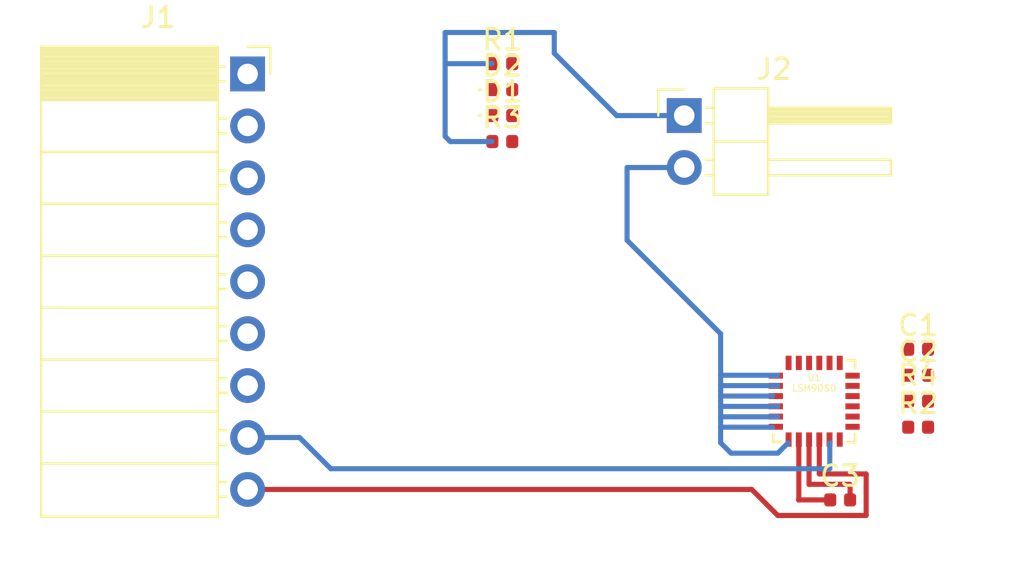
<source format=kicad_pcb>
(kicad_pcb (version 20171130) (host pcbnew "(5.0.0)")

  (general
    (thickness 1.6)
    (drawings 6)
    (tracks 49)
    (zones 0)
    (modules 12)
    (nets 18)
  )

  (page A4)
  (layers
    (0 F.Cu signal)
    (31 B.Cu signal)
    (32 B.Adhes user)
    (33 F.Adhes user)
    (34 B.Paste user)
    (35 F.Paste user)
    (36 B.SilkS user)
    (37 F.SilkS user)
    (38 B.Mask user)
    (39 F.Mask user)
    (40 Dwgs.User user)
    (41 Cmts.User user)
    (42 Eco1.User user)
    (43 Eco2.User user)
    (44 Edge.Cuts user)
    (45 Margin user)
    (46 B.CrtYd user)
    (47 F.CrtYd user)
    (48 B.Fab user)
    (49 F.Fab user)
  )

  (setup
    (last_trace_width 0.25)
    (trace_clearance 0.2)
    (zone_clearance 0.508)
    (zone_45_only no)
    (trace_min 0.2)
    (segment_width 0.2)
    (edge_width 0.15)
    (via_size 0.8)
    (via_drill 0.4)
    (via_min_size 0.4)
    (via_min_drill 0.3)
    (uvia_size 0.3)
    (uvia_drill 0.1)
    (uvias_allowed no)
    (uvia_min_size 0.2)
    (uvia_min_drill 0.1)
    (pcb_text_width 0.3)
    (pcb_text_size 1.5 1.5)
    (mod_edge_width 0.15)
    (mod_text_size 1 1)
    (mod_text_width 0.15)
    (pad_size 1.524 1.524)
    (pad_drill 0.762)
    (pad_to_mask_clearance 0.2)
    (aux_axis_origin 0 0)
    (visible_elements 7FFFFFFF)
    (pcbplotparams
      (layerselection 0x010fc_ffffffff)
      (usegerberextensions false)
      (usegerberattributes false)
      (usegerberadvancedattributes false)
      (creategerberjobfile false)
      (excludeedgelayer true)
      (linewidth 0.100000)
      (plotframeref false)
      (viasonmask false)
      (mode 1)
      (useauxorigin false)
      (hpglpennumber 1)
      (hpglpenspeed 20)
      (hpglpendiameter 15.000000)
      (psnegative false)
      (psa4output false)
      (plotreference true)
      (plotvalue true)
      (plotinvisibletext false)
      (padsonsilk false)
      (subtractmaskfromsilk false)
      (outputformat 1)
      (mirror false)
      (drillshape 1)
      (scaleselection 1)
      (outputdirectory ""))
  )

  (net 0 "")
  (net 1 "Net-(C3-Pad1)")
  (net 2 "Net-(C3-Pad2)")
  (net 3 "Net-(D1-Pad1)")
  (net 4 "Net-(D1-Pad2)")
  (net 5 "Net-(D2-Pad2)")
  (net 6 "Net-(D2-Pad1)")
  (net 7 "Net-(J1-Pad1)")
  (net 8 "Net-(J1-Pad2)")
  (net 9 "Net-(J1-Pad5)")
  (net 10 "Net-(J1-Pad6)")
  (net 11 "Net-(J1-Pad7)")
  (net 12 "Net-(J1-Pad8)")
  (net 13 "Net-(J1-Pad9)")
  (net 14 "Net-(R2-Pad2)")
  (net 15 "Net-(R3-Pad2)")
  (net 16 "Net-(C1-Pad1)")
  (net 17 "Net-(C1-Pad2)")

  (net_class Default "This is the default net class."
    (clearance 0.2)
    (trace_width 0.25)
    (via_dia 0.8)
    (via_drill 0.4)
    (uvia_dia 0.3)
    (uvia_drill 0.1)
    (add_net "Net-(C1-Pad1)")
    (add_net "Net-(C1-Pad2)")
    (add_net "Net-(C3-Pad1)")
    (add_net "Net-(C3-Pad2)")
    (add_net "Net-(D1-Pad1)")
    (add_net "Net-(D1-Pad2)")
    (add_net "Net-(D2-Pad1)")
    (add_net "Net-(D2-Pad2)")
    (add_net "Net-(J1-Pad1)")
    (add_net "Net-(J1-Pad2)")
    (add_net "Net-(J1-Pad5)")
    (add_net "Net-(J1-Pad6)")
    (add_net "Net-(J1-Pad7)")
    (add_net "Net-(J1-Pad8)")
    (add_net "Net-(J1-Pad9)")
    (add_net "Net-(R2-Pad2)")
    (add_net "Net-(R3-Pad2)")
  )

  (module Capacitor_SMD:C_0402_1005Metric (layer F.Cu) (tedit 5B301BBE) (tstamp 5BD34FC5)
    (at 171.45 81.28)
    (descr "Capacitor SMD 0402 (1005 Metric), square (rectangular) end terminal, IPC_7351 nominal, (Body size source: http://www.tortai-tech.com/upload/download/2011102023233369053.pdf), generated with kicad-footprint-generator")
    (tags capacitor)
    (path /5BB5975F)
    (attr smd)
    (fp_text reference C1 (at 0 -1.17) (layer F.SilkS)
      (effects (font (size 1 1) (thickness 0.15)))
    )
    (fp_text value 100nF (at 0 1.17) (layer F.Fab)
      (effects (font (size 1 1) (thickness 0.15)))
    )
    (fp_line (start -0.5 0.25) (end -0.5 -0.25) (layer F.Fab) (width 0.1))
    (fp_line (start -0.5 -0.25) (end 0.5 -0.25) (layer F.Fab) (width 0.1))
    (fp_line (start 0.5 -0.25) (end 0.5 0.25) (layer F.Fab) (width 0.1))
    (fp_line (start 0.5 0.25) (end -0.5 0.25) (layer F.Fab) (width 0.1))
    (fp_line (start -0.93 0.47) (end -0.93 -0.47) (layer F.CrtYd) (width 0.05))
    (fp_line (start -0.93 -0.47) (end 0.93 -0.47) (layer F.CrtYd) (width 0.05))
    (fp_line (start 0.93 -0.47) (end 0.93 0.47) (layer F.CrtYd) (width 0.05))
    (fp_line (start 0.93 0.47) (end -0.93 0.47) (layer F.CrtYd) (width 0.05))
    (fp_text user %R (at 0 0) (layer F.Fab)
      (effects (font (size 0.25 0.25) (thickness 0.04)))
    )
    (pad 1 smd roundrect (at -0.485 0) (size 0.59 0.64) (layers F.Cu F.Paste F.Mask) (roundrect_rratio 0.25)
      (net 16 "Net-(C1-Pad1)"))
    (pad 2 smd roundrect (at 0.485 0) (size 0.59 0.64) (layers F.Cu F.Paste F.Mask) (roundrect_rratio 0.25)
      (net 17 "Net-(C1-Pad2)"))
    (model ${KISYS3DMOD}/Capacitor_SMD.3dshapes/C_0402_1005Metric.wrl
      (at (xyz 0 0 0))
      (scale (xyz 1 1 1))
      (rotate (xyz 0 0 0))
    )
  )

  (module Capacitor_SMD:C_0402_1005Metric (layer F.Cu) (tedit 5B301BBE) (tstamp 5BD34FD4)
    (at 171.45 82.55)
    (descr "Capacitor SMD 0402 (1005 Metric), square (rectangular) end terminal, IPC_7351 nominal, (Body size source: http://www.tortai-tech.com/upload/download/2011102023233369053.pdf), generated with kicad-footprint-generator")
    (tags capacitor)
    (path /5BB59817)
    (attr smd)
    (fp_text reference C2 (at 0 -1.17) (layer F.SilkS)
      (effects (font (size 1 1) (thickness 0.15)))
    )
    (fp_text value 10uF (at 0 1.17) (layer F.Fab)
      (effects (font (size 1 1) (thickness 0.15)))
    )
    (fp_text user %R (at 0 0) (layer F.Fab)
      (effects (font (size 0.25 0.25) (thickness 0.04)))
    )
    (fp_line (start 0.93 0.47) (end -0.93 0.47) (layer F.CrtYd) (width 0.05))
    (fp_line (start 0.93 -0.47) (end 0.93 0.47) (layer F.CrtYd) (width 0.05))
    (fp_line (start -0.93 -0.47) (end 0.93 -0.47) (layer F.CrtYd) (width 0.05))
    (fp_line (start -0.93 0.47) (end -0.93 -0.47) (layer F.CrtYd) (width 0.05))
    (fp_line (start 0.5 0.25) (end -0.5 0.25) (layer F.Fab) (width 0.1))
    (fp_line (start 0.5 -0.25) (end 0.5 0.25) (layer F.Fab) (width 0.1))
    (fp_line (start -0.5 -0.25) (end 0.5 -0.25) (layer F.Fab) (width 0.1))
    (fp_line (start -0.5 0.25) (end -0.5 -0.25) (layer F.Fab) (width 0.1))
    (pad 2 smd roundrect (at 0.485 0) (size 0.59 0.64) (layers F.Cu F.Paste F.Mask) (roundrect_rratio 0.25)
      (net 17 "Net-(C1-Pad2)"))
    (pad 1 smd roundrect (at -0.485 0) (size 0.59 0.64) (layers F.Cu F.Paste F.Mask) (roundrect_rratio 0.25)
      (net 16 "Net-(C1-Pad1)"))
    (model ${KISYS3DMOD}/Capacitor_SMD.3dshapes/C_0402_1005Metric.wrl
      (at (xyz 0 0 0))
      (scale (xyz 1 1 1))
      (rotate (xyz 0 0 0))
    )
  )

  (module Capacitor_SMD:C_0402_1005Metric (layer F.Cu) (tedit 5BBACD71) (tstamp 5BD34FE3)
    (at 167.64 88.646)
    (descr "Capacitor SMD 0402 (1005 Metric), square (rectangular) end terminal, IPC_7351 nominal, (Body size source: http://www.tortai-tech.com/upload/download/2011102023233369053.pdf), generated with kicad-footprint-generator")
    (tags capacitor)
    (path /5BB5B7D7)
    (attr smd)
    (fp_text reference C3 (at 0 -1.17) (layer F.SilkS)
      (effects (font (size 1 1) (thickness 0.15)))
    )
    (fp_text value 0.22uF (at 0 1.17) (layer F.Fab)
      (effects (font (size 1 1) (thickness 0.15)))
    )
    (fp_line (start -0.5 0.25) (end -0.5 -0.25) (layer F.Fab) (width 0.1))
    (fp_line (start -0.5 -0.25) (end 0.5 -0.25) (layer F.Fab) (width 0.1))
    (fp_line (start 0.5 -0.25) (end 0.5 0.25) (layer F.Fab) (width 0.1))
    (fp_line (start 0.5 0.25) (end -0.5 0.25) (layer F.Fab) (width 0.1))
    (fp_line (start -0.93 0.47) (end -0.93 -0.47) (layer F.CrtYd) (width 0.05))
    (fp_line (start -0.93 -0.47) (end 0.93 -0.47) (layer F.CrtYd) (width 0.05))
    (fp_line (start 0.93 -0.47) (end 0.93 0.47) (layer F.CrtYd) (width 0.05))
    (fp_line (start 0.93 0.47) (end -0.93 0.47) (layer F.CrtYd) (width 0.05))
    (fp_text user %R (at 0 0) (layer F.Fab)
      (effects (font (size 0.25 0.25) (thickness 0.04)))
    )
    (pad 1 smd roundrect (at -0.485 0) (size 0.59 0.64) (layers F.Cu F.Paste F.Mask) (roundrect_rratio 0.25)
      (net 1 "Net-(C3-Pad1)"))
    (pad 2 smd roundrect (at 0.485 0) (size 0.59 0.64) (layers F.Cu F.Paste F.Mask) (roundrect_rratio 0.25)
      (net 2 "Net-(C3-Pad2)"))
    (model ${KISYS3DMOD}/Capacitor_SMD.3dshapes/C_0402_1005Metric.wrl
      (at (xyz 0 0 0))
      (scale (xyz 1 1 1))
      (rotate (xyz 0 0 0))
    )
  )

  (module Diode_SMD:D_0402_1005Metric (layer F.Cu) (tedit 5B301BBE) (tstamp 5BD34FF5)
    (at 151.13 69.85)
    (descr "Diode SMD 0402 (1005 Metric), square (rectangular) end terminal, IPC_7351 nominal, (Body size source: http://www.tortai-tech.com/upload/download/2011102023233369053.pdf), generated with kicad-footprint-generator")
    (tags diode)
    (path /5BBA454A)
    (attr smd)
    (fp_text reference D1 (at 0 -1.17) (layer F.SilkS)
      (effects (font (size 1 1) (thickness 0.15)))
    )
    (fp_text value D_Small (at 0 1.17) (layer F.Fab)
      (effects (font (size 1 1) (thickness 0.15)))
    )
    (fp_circle (center -1.09 0) (end -1.04 0) (layer F.SilkS) (width 0.1))
    (fp_line (start -0.5 0.25) (end -0.5 -0.25) (layer F.Fab) (width 0.1))
    (fp_line (start -0.5 -0.25) (end 0.5 -0.25) (layer F.Fab) (width 0.1))
    (fp_line (start 0.5 -0.25) (end 0.5 0.25) (layer F.Fab) (width 0.1))
    (fp_line (start 0.5 0.25) (end -0.5 0.25) (layer F.Fab) (width 0.1))
    (fp_line (start -0.4 0.25) (end -0.4 -0.25) (layer F.Fab) (width 0.1))
    (fp_line (start -0.3 0.25) (end -0.3 -0.25) (layer F.Fab) (width 0.1))
    (fp_line (start -0.93 0.47) (end -0.93 -0.47) (layer F.CrtYd) (width 0.05))
    (fp_line (start -0.93 -0.47) (end 0.93 -0.47) (layer F.CrtYd) (width 0.05))
    (fp_line (start 0.93 -0.47) (end 0.93 0.47) (layer F.CrtYd) (width 0.05))
    (fp_line (start 0.93 0.47) (end -0.93 0.47) (layer F.CrtYd) (width 0.05))
    (fp_text user %R (at 0 0) (layer F.Fab)
      (effects (font (size 0.25 0.25) (thickness 0.04)))
    )
    (pad 1 smd roundrect (at -0.485 0) (size 0.59 0.64) (layers F.Cu F.Paste F.Mask) (roundrect_rratio 0.25)
      (net 3 "Net-(D1-Pad1)"))
    (pad 2 smd roundrect (at 0.485 0) (size 0.59 0.64) (layers F.Cu F.Paste F.Mask) (roundrect_rratio 0.25)
      (net 4 "Net-(D1-Pad2)"))
    (model ${KISYS3DMOD}/Diode_SMD.3dshapes/D_0402_1005Metric.wrl
      (at (xyz 0 0 0))
      (scale (xyz 1 1 1))
      (rotate (xyz 0 0 0))
    )
  )

  (module Diode_SMD:D_0402_1005Metric (layer F.Cu) (tedit 5BBACAFB) (tstamp 5BD35007)
    (at 151.13 68.58)
    (descr "Diode SMD 0402 (1005 Metric), square (rectangular) end terminal, IPC_7351 nominal, (Body size source: http://www.tortai-tech.com/upload/download/2011102023233369053.pdf), generated with kicad-footprint-generator")
    (tags diode)
    (path /5BBAE8B5)
    (attr smd)
    (fp_text reference D2 (at 0 -1.17) (layer F.SilkS)
      (effects (font (size 1 1) (thickness 0.15)))
    )
    (fp_text value D_Small (at 0 1.17) (layer F.Fab)
      (effects (font (size 1 1) (thickness 0.15)))
    )
    (fp_text user %R (at 0 0) (layer F.Fab)
      (effects (font (size 0.25 0.25) (thickness 0.04)))
    )
    (fp_line (start 0.93 0.47) (end -0.93 0.47) (layer F.CrtYd) (width 0.05))
    (fp_line (start 0.93 -0.47) (end 0.93 0.47) (layer F.CrtYd) (width 0.05))
    (fp_line (start -0.93 -0.47) (end 0.93 -0.47) (layer F.CrtYd) (width 0.05))
    (fp_line (start -0.93 0.47) (end -0.93 -0.47) (layer F.CrtYd) (width 0.05))
    (fp_line (start -0.3 0.25) (end -0.3 -0.25) (layer F.Fab) (width 0.1))
    (fp_line (start -0.4 0.25) (end -0.4 -0.25) (layer F.Fab) (width 0.1))
    (fp_line (start 0.5 0.25) (end -0.5 0.25) (layer F.Fab) (width 0.1))
    (fp_line (start 0.5 -0.25) (end 0.5 0.25) (layer F.Fab) (width 0.1))
    (fp_line (start -0.5 -0.25) (end 0.5 -0.25) (layer F.Fab) (width 0.1))
    (fp_line (start -0.5 0.25) (end -0.5 -0.25) (layer F.Fab) (width 0.1))
    (fp_circle (center -1.09 0) (end -1.04 0) (layer F.SilkS) (width 0.1))
    (pad 2 smd roundrect (at 0.485 0) (size 0.59 0.64) (layers F.Cu F.Paste F.Mask) (roundrect_rratio 0.25)
      (net 5 "Net-(D2-Pad2)"))
    (pad 1 smd roundrect (at -0.485 0) (size 0.59 0.64) (layers F.Cu F.Paste F.Mask) (roundrect_rratio 0.25)
      (net 6 "Net-(D2-Pad1)"))
    (model ${KISYS3DMOD}/Diode_SMD.3dshapes/D_0402_1005Metric.wrl
      (at (xyz 0 0 0))
      (scale (xyz 1 1 1))
      (rotate (xyz 0 0 0))
    )
  )

  (module Connector_PinSocket_2.54mm:PinSocket_1x09_P2.54mm_Horizontal (layer F.Cu) (tedit 5A19A434) (tstamp 5BD3506E)
    (at 138.685001 67.815001)
    (descr "Through hole angled socket strip, 1x09, 2.54mm pitch, 8.51mm socket length, single row (from Kicad 4.0.7), script generated")
    (tags "Through hole angled socket strip THT 1x09 2.54mm single row")
    (path /5BBB1E97)
    (fp_text reference J1 (at -4.38 -2.77) (layer F.SilkS)
      (effects (font (size 1 1) (thickness 0.15)))
    )
    (fp_text value Conn_01x09_Female (at -4.38 23.09) (layer F.Fab)
      (effects (font (size 1 1) (thickness 0.15)))
    )
    (fp_line (start -10.03 -1.27) (end -2.49 -1.27) (layer F.Fab) (width 0.1))
    (fp_line (start -2.49 -1.27) (end -1.52 -0.3) (layer F.Fab) (width 0.1))
    (fp_line (start -1.52 -0.3) (end -1.52 21.59) (layer F.Fab) (width 0.1))
    (fp_line (start -1.52 21.59) (end -10.03 21.59) (layer F.Fab) (width 0.1))
    (fp_line (start -10.03 21.59) (end -10.03 -1.27) (layer F.Fab) (width 0.1))
    (fp_line (start 0 -0.3) (end -1.52 -0.3) (layer F.Fab) (width 0.1))
    (fp_line (start -1.52 0.3) (end 0 0.3) (layer F.Fab) (width 0.1))
    (fp_line (start 0 0.3) (end 0 -0.3) (layer F.Fab) (width 0.1))
    (fp_line (start 0 2.24) (end -1.52 2.24) (layer F.Fab) (width 0.1))
    (fp_line (start -1.52 2.84) (end 0 2.84) (layer F.Fab) (width 0.1))
    (fp_line (start 0 2.84) (end 0 2.24) (layer F.Fab) (width 0.1))
    (fp_line (start 0 4.78) (end -1.52 4.78) (layer F.Fab) (width 0.1))
    (fp_line (start -1.52 5.38) (end 0 5.38) (layer F.Fab) (width 0.1))
    (fp_line (start 0 5.38) (end 0 4.78) (layer F.Fab) (width 0.1))
    (fp_line (start 0 7.32) (end -1.52 7.32) (layer F.Fab) (width 0.1))
    (fp_line (start -1.52 7.92) (end 0 7.92) (layer F.Fab) (width 0.1))
    (fp_line (start 0 7.92) (end 0 7.32) (layer F.Fab) (width 0.1))
    (fp_line (start 0 9.86) (end -1.52 9.86) (layer F.Fab) (width 0.1))
    (fp_line (start -1.52 10.46) (end 0 10.46) (layer F.Fab) (width 0.1))
    (fp_line (start 0 10.46) (end 0 9.86) (layer F.Fab) (width 0.1))
    (fp_line (start 0 12.4) (end -1.52 12.4) (layer F.Fab) (width 0.1))
    (fp_line (start -1.52 13) (end 0 13) (layer F.Fab) (width 0.1))
    (fp_line (start 0 13) (end 0 12.4) (layer F.Fab) (width 0.1))
    (fp_line (start 0 14.94) (end -1.52 14.94) (layer F.Fab) (width 0.1))
    (fp_line (start -1.52 15.54) (end 0 15.54) (layer F.Fab) (width 0.1))
    (fp_line (start 0 15.54) (end 0 14.94) (layer F.Fab) (width 0.1))
    (fp_line (start 0 17.48) (end -1.52 17.48) (layer F.Fab) (width 0.1))
    (fp_line (start -1.52 18.08) (end 0 18.08) (layer F.Fab) (width 0.1))
    (fp_line (start 0 18.08) (end 0 17.48) (layer F.Fab) (width 0.1))
    (fp_line (start 0 20.02) (end -1.52 20.02) (layer F.Fab) (width 0.1))
    (fp_line (start -1.52 20.62) (end 0 20.62) (layer F.Fab) (width 0.1))
    (fp_line (start 0 20.62) (end 0 20.02) (layer F.Fab) (width 0.1))
    (fp_line (start -10.09 -1.21) (end -1.46 -1.21) (layer F.SilkS) (width 0.12))
    (fp_line (start -10.09 -1.091905) (end -1.46 -1.091905) (layer F.SilkS) (width 0.12))
    (fp_line (start -10.09 -0.97381) (end -1.46 -0.97381) (layer F.SilkS) (width 0.12))
    (fp_line (start -10.09 -0.855715) (end -1.46 -0.855715) (layer F.SilkS) (width 0.12))
    (fp_line (start -10.09 -0.73762) (end -1.46 -0.73762) (layer F.SilkS) (width 0.12))
    (fp_line (start -10.09 -0.619525) (end -1.46 -0.619525) (layer F.SilkS) (width 0.12))
    (fp_line (start -10.09 -0.50143) (end -1.46 -0.50143) (layer F.SilkS) (width 0.12))
    (fp_line (start -10.09 -0.383335) (end -1.46 -0.383335) (layer F.SilkS) (width 0.12))
    (fp_line (start -10.09 -0.26524) (end -1.46 -0.26524) (layer F.SilkS) (width 0.12))
    (fp_line (start -10.09 -0.147145) (end -1.46 -0.147145) (layer F.SilkS) (width 0.12))
    (fp_line (start -10.09 -0.02905) (end -1.46 -0.02905) (layer F.SilkS) (width 0.12))
    (fp_line (start -10.09 0.089045) (end -1.46 0.089045) (layer F.SilkS) (width 0.12))
    (fp_line (start -10.09 0.20714) (end -1.46 0.20714) (layer F.SilkS) (width 0.12))
    (fp_line (start -10.09 0.325235) (end -1.46 0.325235) (layer F.SilkS) (width 0.12))
    (fp_line (start -10.09 0.44333) (end -1.46 0.44333) (layer F.SilkS) (width 0.12))
    (fp_line (start -10.09 0.561425) (end -1.46 0.561425) (layer F.SilkS) (width 0.12))
    (fp_line (start -10.09 0.67952) (end -1.46 0.67952) (layer F.SilkS) (width 0.12))
    (fp_line (start -10.09 0.797615) (end -1.46 0.797615) (layer F.SilkS) (width 0.12))
    (fp_line (start -10.09 0.91571) (end -1.46 0.91571) (layer F.SilkS) (width 0.12))
    (fp_line (start -10.09 1.033805) (end -1.46 1.033805) (layer F.SilkS) (width 0.12))
    (fp_line (start -10.09 1.1519) (end -1.46 1.1519) (layer F.SilkS) (width 0.12))
    (fp_line (start -1.46 -0.36) (end -1.11 -0.36) (layer F.SilkS) (width 0.12))
    (fp_line (start -1.46 0.36) (end -1.11 0.36) (layer F.SilkS) (width 0.12))
    (fp_line (start -1.46 2.18) (end -1.05 2.18) (layer F.SilkS) (width 0.12))
    (fp_line (start -1.46 2.9) (end -1.05 2.9) (layer F.SilkS) (width 0.12))
    (fp_line (start -1.46 4.72) (end -1.05 4.72) (layer F.SilkS) (width 0.12))
    (fp_line (start -1.46 5.44) (end -1.05 5.44) (layer F.SilkS) (width 0.12))
    (fp_line (start -1.46 7.26) (end -1.05 7.26) (layer F.SilkS) (width 0.12))
    (fp_line (start -1.46 7.98) (end -1.05 7.98) (layer F.SilkS) (width 0.12))
    (fp_line (start -1.46 9.8) (end -1.05 9.8) (layer F.SilkS) (width 0.12))
    (fp_line (start -1.46 10.52) (end -1.05 10.52) (layer F.SilkS) (width 0.12))
    (fp_line (start -1.46 12.34) (end -1.05 12.34) (layer F.SilkS) (width 0.12))
    (fp_line (start -1.46 13.06) (end -1.05 13.06) (layer F.SilkS) (width 0.12))
    (fp_line (start -1.46 14.88) (end -1.05 14.88) (layer F.SilkS) (width 0.12))
    (fp_line (start -1.46 15.6) (end -1.05 15.6) (layer F.SilkS) (width 0.12))
    (fp_line (start -1.46 17.42) (end -1.05 17.42) (layer F.SilkS) (width 0.12))
    (fp_line (start -1.46 18.14) (end -1.05 18.14) (layer F.SilkS) (width 0.12))
    (fp_line (start -1.46 19.96) (end -1.05 19.96) (layer F.SilkS) (width 0.12))
    (fp_line (start -1.46 20.68) (end -1.05 20.68) (layer F.SilkS) (width 0.12))
    (fp_line (start -10.09 1.27) (end -1.46 1.27) (layer F.SilkS) (width 0.12))
    (fp_line (start -10.09 3.81) (end -1.46 3.81) (layer F.SilkS) (width 0.12))
    (fp_line (start -10.09 6.35) (end -1.46 6.35) (layer F.SilkS) (width 0.12))
    (fp_line (start -10.09 8.89) (end -1.46 8.89) (layer F.SilkS) (width 0.12))
    (fp_line (start -10.09 11.43) (end -1.46 11.43) (layer F.SilkS) (width 0.12))
    (fp_line (start -10.09 13.97) (end -1.46 13.97) (layer F.SilkS) (width 0.12))
    (fp_line (start -10.09 16.51) (end -1.46 16.51) (layer F.SilkS) (width 0.12))
    (fp_line (start -10.09 19.05) (end -1.46 19.05) (layer F.SilkS) (width 0.12))
    (fp_line (start -10.09 -1.33) (end -1.46 -1.33) (layer F.SilkS) (width 0.12))
    (fp_line (start -1.46 -1.33) (end -1.46 21.65) (layer F.SilkS) (width 0.12))
    (fp_line (start -10.09 21.65) (end -1.46 21.65) (layer F.SilkS) (width 0.12))
    (fp_line (start -10.09 -1.33) (end -10.09 21.65) (layer F.SilkS) (width 0.12))
    (fp_line (start 1.11 -1.33) (end 1.11 0) (layer F.SilkS) (width 0.12))
    (fp_line (start 0 -1.33) (end 1.11 -1.33) (layer F.SilkS) (width 0.12))
    (fp_line (start 1.75 -1.75) (end -10.55 -1.75) (layer F.CrtYd) (width 0.05))
    (fp_line (start -10.55 -1.75) (end -10.55 22.15) (layer F.CrtYd) (width 0.05))
    (fp_line (start -10.55 22.15) (end 1.75 22.15) (layer F.CrtYd) (width 0.05))
    (fp_line (start 1.75 22.15) (end 1.75 -1.75) (layer F.CrtYd) (width 0.05))
    (fp_text user %R (at -5.775 10.16 90) (layer F.Fab)
      (effects (font (size 1 1) (thickness 0.15)))
    )
    (pad 1 thru_hole rect (at 0 0) (size 1.7 1.7) (drill 1) (layers *.Cu *.Mask)
      (net 7 "Net-(J1-Pad1)"))
    (pad 2 thru_hole oval (at 0 2.54) (size 1.7 1.7) (drill 1) (layers *.Cu *.Mask)
      (net 8 "Net-(J1-Pad2)"))
    (pad 3 thru_hole oval (at 0 5.08) (size 1.7 1.7) (drill 1) (layers *.Cu *.Mask)
      (net 6 "Net-(D2-Pad1)"))
    (pad 4 thru_hole oval (at 0 7.62) (size 1.7 1.7) (drill 1) (layers *.Cu *.Mask)
      (net 3 "Net-(D1-Pad1)"))
    (pad 5 thru_hole oval (at 0 10.16) (size 1.7 1.7) (drill 1) (layers *.Cu *.Mask)
      (net 9 "Net-(J1-Pad5)"))
    (pad 6 thru_hole oval (at 0 12.7) (size 1.7 1.7) (drill 1) (layers *.Cu *.Mask)
      (net 10 "Net-(J1-Pad6)"))
    (pad 7 thru_hole oval (at 0 15.24) (size 1.7 1.7) (drill 1) (layers *.Cu *.Mask)
      (net 11 "Net-(J1-Pad7)"))
    (pad 8 thru_hole oval (at 0 17.78) (size 1.7 1.7) (drill 1) (layers *.Cu *.Mask)
      (net 12 "Net-(J1-Pad8)"))
    (pad 9 thru_hole oval (at 0 20.32) (size 1.7 1.7) (drill 1) (layers *.Cu *.Mask)
      (net 13 "Net-(J1-Pad9)"))
    (model ${KISYS3DMOD}/Connector_PinSocket_2.54mm.3dshapes/PinSocket_1x09_P2.54mm_Horizontal.wrl
      (at (xyz 0 0 0))
      (scale (xyz 1 1 1))
      (rotate (xyz 0 0 0))
    )
  )

  (module Resistor_SMD:R_0402_1005Metric (layer F.Cu) (tedit 5B301BBD) (tstamp 5BD3507D)
    (at 151.13 67.31)
    (descr "Resistor SMD 0402 (1005 Metric), square (rectangular) end terminal, IPC_7351 nominal, (Body size source: http://www.tortai-tech.com/upload/download/2011102023233369053.pdf), generated with kicad-footprint-generator")
    (tags resistor)
    (path /5BB6CD0F)
    (attr smd)
    (fp_text reference R1 (at 0 -1.17) (layer F.SilkS)
      (effects (font (size 1 1) (thickness 0.15)))
    )
    (fp_text value 10k (at 0 1.17) (layer F.Fab)
      (effects (font (size 1 1) (thickness 0.15)))
    )
    (fp_line (start -0.5 0.25) (end -0.5 -0.25) (layer F.Fab) (width 0.1))
    (fp_line (start -0.5 -0.25) (end 0.5 -0.25) (layer F.Fab) (width 0.1))
    (fp_line (start 0.5 -0.25) (end 0.5 0.25) (layer F.Fab) (width 0.1))
    (fp_line (start 0.5 0.25) (end -0.5 0.25) (layer F.Fab) (width 0.1))
    (fp_line (start -0.93 0.47) (end -0.93 -0.47) (layer F.CrtYd) (width 0.05))
    (fp_line (start -0.93 -0.47) (end 0.93 -0.47) (layer F.CrtYd) (width 0.05))
    (fp_line (start 0.93 -0.47) (end 0.93 0.47) (layer F.CrtYd) (width 0.05))
    (fp_line (start 0.93 0.47) (end -0.93 0.47) (layer F.CrtYd) (width 0.05))
    (fp_text user %R (at 0 0) (layer F.Fab)
      (effects (font (size 0.25 0.25) (thickness 0.04)))
    )
    (pad 1 smd roundrect (at -0.485 0) (size 0.59 0.64) (layers F.Cu F.Paste F.Mask) (roundrect_rratio 0.25)
      (net 17 "Net-(C1-Pad2)"))
    (pad 2 smd roundrect (at 0.485 0) (size 0.59 0.64) (layers F.Cu F.Paste F.Mask) (roundrect_rratio 0.25)
      (net 4 "Net-(D1-Pad2)"))
    (model ${KISYS3DMOD}/Resistor_SMD.3dshapes/R_0402_1005Metric.wrl
      (at (xyz 0 0 0))
      (scale (xyz 1 1 1))
      (rotate (xyz 0 0 0))
    )
  )

  (module Resistor_SMD:R_0402_1005Metric (layer F.Cu) (tedit 5BBACBFE) (tstamp 5BD3508C)
    (at 171.45 85.09)
    (descr "Resistor SMD 0402 (1005 Metric), square (rectangular) end terminal, IPC_7351 nominal, (Body size source: http://www.tortai-tech.com/upload/download/2011102023233369053.pdf), generated with kicad-footprint-generator")
    (tags resistor)
    (path /5BB9A51D)
    (attr smd)
    (fp_text reference R2 (at 0 -1.17) (layer F.SilkS)
      (effects (font (size 1 1) (thickness 0.15)))
    )
    (fp_text value 10k (at 0 1.27) (layer F.Fab)
      (effects (font (size 1 1) (thickness 0.15)))
    )
    (fp_line (start -0.5 0.25) (end -0.5 -0.25) (layer F.Fab) (width 0.1))
    (fp_line (start -0.5 -0.25) (end 0.5 -0.25) (layer F.Fab) (width 0.1))
    (fp_line (start 0.5 -0.25) (end 0.5 0.25) (layer F.Fab) (width 0.1))
    (fp_line (start 0.5 0.25) (end -0.5 0.25) (layer F.Fab) (width 0.1))
    (fp_line (start -0.93 0.47) (end -0.93 -0.47) (layer F.CrtYd) (width 0.05))
    (fp_line (start -0.93 -0.47) (end 0.93 -0.47) (layer F.CrtYd) (width 0.05))
    (fp_line (start 0.93 -0.47) (end 0.93 0.47) (layer F.CrtYd) (width 0.05))
    (fp_line (start 0.93 0.47) (end -0.93 0.47) (layer F.CrtYd) (width 0.05))
    (fp_text user %R (at 0 0) (layer F.Fab)
      (effects (font (size 0.25 0.25) (thickness 0.04)))
    )
    (pad 1 smd roundrect (at -0.485 0) (size 0.59 0.64) (layers F.Cu F.Paste F.Mask) (roundrect_rratio 0.25)
      (net 17 "Net-(C1-Pad2)"))
    (pad 2 smd roundrect (at 0.485 0) (size 0.59 0.64) (layers F.Cu F.Paste F.Mask) (roundrect_rratio 0.25)
      (net 14 "Net-(R2-Pad2)"))
    (model ${KISYS3DMOD}/Resistor_SMD.3dshapes/R_0402_1005Metric.wrl
      (at (xyz 0 0 0))
      (scale (xyz 1 1 1))
      (rotate (xyz 0 0 0))
    )
  )

  (module Resistor_SMD:R_0402_1005Metric (layer F.Cu) (tedit 5B301BBD) (tstamp 5BD3509B)
    (at 151.13 71.12)
    (descr "Resistor SMD 0402 (1005 Metric), square (rectangular) end terminal, IPC_7351 nominal, (Body size source: http://www.tortai-tech.com/upload/download/2011102023233369053.pdf), generated with kicad-footprint-generator")
    (tags resistor)
    (path /5BB971C0)
    (attr smd)
    (fp_text reference R3 (at 0 -1.17) (layer F.SilkS)
      (effects (font (size 1 1) (thickness 0.15)))
    )
    (fp_text value 10k (at 0 1.17) (layer F.Fab)
      (effects (font (size 1 1) (thickness 0.15)))
    )
    (fp_text user %R (at 0 0) (layer F.Fab)
      (effects (font (size 0.25 0.25) (thickness 0.04)))
    )
    (fp_line (start 0.93 0.47) (end -0.93 0.47) (layer F.CrtYd) (width 0.05))
    (fp_line (start 0.93 -0.47) (end 0.93 0.47) (layer F.CrtYd) (width 0.05))
    (fp_line (start -0.93 -0.47) (end 0.93 -0.47) (layer F.CrtYd) (width 0.05))
    (fp_line (start -0.93 0.47) (end -0.93 -0.47) (layer F.CrtYd) (width 0.05))
    (fp_line (start 0.5 0.25) (end -0.5 0.25) (layer F.Fab) (width 0.1))
    (fp_line (start 0.5 -0.25) (end 0.5 0.25) (layer F.Fab) (width 0.1))
    (fp_line (start -0.5 -0.25) (end 0.5 -0.25) (layer F.Fab) (width 0.1))
    (fp_line (start -0.5 0.25) (end -0.5 -0.25) (layer F.Fab) (width 0.1))
    (pad 2 smd roundrect (at 0.485 0) (size 0.59 0.64) (layers F.Cu F.Paste F.Mask) (roundrect_rratio 0.25)
      (net 15 "Net-(R3-Pad2)"))
    (pad 1 smd roundrect (at -0.485 0) (size 0.59 0.64) (layers F.Cu F.Paste F.Mask) (roundrect_rratio 0.25)
      (net 17 "Net-(C1-Pad2)"))
    (model ${KISYS3DMOD}/Resistor_SMD.3dshapes/R_0402_1005Metric.wrl
      (at (xyz 0 0 0))
      (scale (xyz 1 1 1))
      (rotate (xyz 0 0 0))
    )
  )

  (module Resistor_SMD:R_0402_1005Metric (layer F.Cu) (tedit 5BBACC3B) (tstamp 5BD350AA)
    (at 171.45 83.82)
    (descr "Resistor SMD 0402 (1005 Metric), square (rectangular) end terminal, IPC_7351 nominal, (Body size source: http://www.tortai-tech.com/upload/download/2011102023233369053.pdf), generated with kicad-footprint-generator")
    (tags resistor)
    (path /5BB9DBC0)
    (attr smd)
    (fp_text reference R4 (at 0 -1.27) (layer F.SilkS)
      (effects (font (size 1 1) (thickness 0.15)))
    )
    (fp_text value 10k (at 0 1.17) (layer F.Fab)
      (effects (font (size 1 1) (thickness 0.15)))
    )
    (fp_text user %R (at 0 0) (layer F.Fab)
      (effects (font (size 0.25 0.25) (thickness 0.04)))
    )
    (fp_line (start 0.93 0.47) (end -0.93 0.47) (layer F.CrtYd) (width 0.05))
    (fp_line (start 0.93 -0.47) (end 0.93 0.47) (layer F.CrtYd) (width 0.05))
    (fp_line (start -0.93 -0.47) (end 0.93 -0.47) (layer F.CrtYd) (width 0.05))
    (fp_line (start -0.93 0.47) (end -0.93 -0.47) (layer F.CrtYd) (width 0.05))
    (fp_line (start 0.5 0.25) (end -0.5 0.25) (layer F.Fab) (width 0.1))
    (fp_line (start 0.5 -0.25) (end 0.5 0.25) (layer F.Fab) (width 0.1))
    (fp_line (start -0.5 -0.25) (end 0.5 -0.25) (layer F.Fab) (width 0.1))
    (fp_line (start -0.5 0.25) (end -0.5 -0.25) (layer F.Fab) (width 0.1))
    (pad 2 smd roundrect (at 0.485 0) (size 0.59 0.64) (layers F.Cu F.Paste F.Mask) (roundrect_rratio 0.25)
      (net 17 "Net-(C1-Pad2)"))
    (pad 1 smd roundrect (at -0.485 0) (size 0.59 0.64) (layers F.Cu F.Paste F.Mask) (roundrect_rratio 0.25)
      (net 5 "Net-(D2-Pad2)"))
    (model ${KISYS3DMOD}/Resistor_SMD.3dshapes/R_0402_1005Metric.wrl
      (at (xyz 0 0 0))
      (scale (xyz 1 1 1))
      (rotate (xyz 0 0 0))
    )
  )

  (module LSM9DS04:LGA-24LSM (layer F.Cu) (tedit 0) (tstamp 5BD350FC)
    (at 166.37 83.82)
    (descr "<h3>LGA 4x4x1 mm 24-lead</h3><ul><li>0.5mm pitch</li><li>Pads are 0.35x0.2 mm square</li></ul><p>This package is used for:<p><ul><li>ST Micro LSM9DS0 3D accel/gyro/mag</li></ul>")
    (path /5BB59372)
    (attr smd)
    (fp_text reference U1 (at 0 -1.14525) (layer F.SilkS)
      (effects (font (size 0.32063 0.32063) (thickness 0.05)))
    )
    (fp_text value LSM9DS0 (at 0 -0.636416) (layer F.SilkS)
      (effects (font (size 0.320714 0.320714) (thickness 0.05)))
    )
    (fp_line (start -2 2) (end -2 -2) (layer Dwgs.User) (width 0.127))
    (fp_line (start -2 -2) (end 2 -2) (layer Dwgs.User) (width 0.127))
    (fp_line (start 2 -2) (end 2 2) (layer Dwgs.User) (width 0.127))
    (fp_line (start 2 2) (end -2 2) (layer Dwgs.User) (width 0.127))
    (fp_circle (center -1.75 -1.75) (end -1.7 -1.75) (layer Dwgs.User) (width 0.127))
    (fp_poly (pts (xy -0.350856 1.55) (xy -0.15 1.55) (xy -0.15 1.90465) (xy -0.350856 1.90465)) (layer Dwgs.User) (width 0))
    (fp_poly (pts (xy 0.150283 1.55) (xy 0.35 1.55) (xy 0.35 1.90359) (xy 0.150283 1.90359)) (layer Dwgs.User) (width 0))
    (fp_poly (pts (xy 0.651147 1.55) (xy 0.85 1.55) (xy 0.85 1.90335) (xy 0.651147 1.90335)) (layer Dwgs.User) (width 0))
    (fp_poly (pts (xy 1.15272 1.55) (xy 1.35 1.55) (xy 1.35 1.9045) (xy 1.15272 1.9045)) (layer Dwgs.User) (width 0))
    (fp_poly (pts (xy -0.851314 1.55) (xy -0.65 1.55) (xy -0.65 1.90294) (xy -0.851314 1.90294)) (layer Dwgs.User) (width 0))
    (fp_poly (pts (xy -1.35248 1.55) (xy -1.15 1.55) (xy -1.15 1.90349) (xy -1.35248 1.90349)) (layer Dwgs.User) (width 0))
    (fp_poly (pts (xy 0.35 -1.55296) (xy 0.150287 -1.55296) (xy 0.150287 -1.9) (xy 0.35 -1.9)) (layer Dwgs.User) (width 0))
    (fp_poly (pts (xy -0.15 -1.55491) (xy -0.351109 -1.55491) (xy -0.351109 -1.9) (xy -0.15 -1.9)) (layer Dwgs.User) (width 0))
    (fp_poly (pts (xy -0.65 -1.55366) (xy -0.852004 -1.55366) (xy -0.852004 -1.9) (xy -0.65 -1.9)) (layer Dwgs.User) (width 0))
    (fp_poly (pts (xy -1.15 -1.553) (xy -1.35261 -1.553) (xy -1.35261 -1.9) (xy -1.15 -1.9)) (layer Dwgs.User) (width 0))
    (fp_poly (pts (xy 0.85 -1.55309) (xy 0.651294 -1.55309) (xy 0.651294 -1.9) (xy 0.85 -1.9)) (layer Dwgs.User) (width 0))
    (fp_poly (pts (xy 1.35 -1.55319) (xy 1.15236 -1.55319) (xy 1.15236 -1.9) (xy 1.35 -1.9)) (layer Dwgs.User) (width 0))
    (fp_poly (pts (xy -1.90278 -0.35) (xy -1.55 -0.35) (xy -1.55 -0.150219) (xy -1.90278 -0.150219)) (layer Dwgs.User) (width 0))
    (fp_poly (pts (xy -1.90371 0.15) (xy -1.55 0.15) (xy -1.55 0.350682) (xy -1.90371 0.350682)) (layer Dwgs.User) (width 0))
    (fp_poly (pts (xy -1.90525 -0.85) (xy -1.55 -0.85) (xy -1.55 -0.651794) (xy -1.90525 -0.651794)) (layer Dwgs.User) (width 0))
    (fp_poly (pts (xy -1.90259 -1.35) (xy -1.55 -1.35) (xy -1.55 -1.15157) (xy -1.90259 -1.15157)) (layer Dwgs.User) (width 0))
    (fp_poly (pts (xy -1.90478 0.65) (xy -1.55 0.65) (xy -1.55 0.852139) (xy -1.90478 0.852139)) (layer Dwgs.User) (width 0))
    (fp_poly (pts (xy -1.90464 1.15) (xy -1.55 1.15) (xy -1.55 1.3533) (xy -1.90464 1.3533)) (layer Dwgs.User) (width 0))
    (fp_poly (pts (xy 1.9 0.35122) (xy 1.5554 0.35122) (xy 1.5554 0.15) (xy 1.9 0.15)) (layer Dwgs.User) (width 0))
    (fp_poly (pts (xy 1.9 -0.150319) (xy 1.5533 -0.150319) (xy 1.5533 -0.35) (xy 1.9 -0.35)) (layer Dwgs.User) (width 0))
    (fp_poly (pts (xy 1.9 0.852835) (xy 1.55517 0.852835) (xy 1.55517 0.65) (xy 1.9 0.65)) (layer Dwgs.User) (width 0))
    (fp_poly (pts (xy 1.9 1.35185) (xy 1.55211 1.35185) (xy 1.55211 1.15) (xy 1.9 1.15)) (layer Dwgs.User) (width 0))
    (fp_poly (pts (xy 1.9 -0.651956) (xy 1.55467 -0.651956) (xy 1.55467 -0.85) (xy 1.9 -0.85)) (layer Dwgs.User) (width 0))
    (fp_poly (pts (xy 1.9 -1.15188) (xy 1.55254 -1.15188) (xy 1.55254 -1.35) (xy 1.9 -1.35)) (layer Dwgs.User) (width 0))
    (fp_line (start 2 -2) (end 1.6 -2) (layer F.SilkS) (width 0.127))
    (fp_line (start 2 -2) (end 2 -1.6) (layer F.SilkS) (width 0.127))
    (fp_line (start 2 2) (end 1.6 2) (layer F.SilkS) (width 0.127))
    (fp_line (start 2 2) (end 2 1.6) (layer F.SilkS) (width 0.127))
    (fp_line (start -2 2) (end -1.6 2) (layer F.SilkS) (width 0.127))
    (fp_line (start -2 2) (end -2 1.6) (layer F.SilkS) (width 0.127))
    (fp_line (start 0.115 1.004) (end 0.996 1.004) (layer Dwgs.User) (width 0.0762))
    (fp_line (start 0.996 0.012) (end 0.996 1.004) (layer Dwgs.User) (width 0.0762))
    (fp_line (start 0.996 0.012) (end 0.846 0.162) (layer Dwgs.User) (width 0.0762))
    (fp_line (start 0.996 0.012) (end 1.146 0.162) (layer Dwgs.User) (width 0.0762))
    (fp_text user X (at 0.995682 -0.166114) (layer Edge.Cuts)
      (effects (font (size 1 1) (thickness 0.05)))
    )
    (fp_text user Y (at -0.050032 1.000633) (layer Edge.Cuts)
      (effects (font (size 1 1) (thickness 0.05)))
    )
    (fp_text user Z (at -0.22226 0.149174) (layer Edge.Cuts)
      (effects (font (size 1 1) (thickness 0.05)))
    )
    (fp_circle (center 0.238 0.389) (end 0.266281 0.389) (layer Dwgs.User) (width 0.0762))
    (fp_arc (start 0.21465 0.392442) (end 0.074 0.562) (angle 225) (layer Dwgs.User) (width 0.0762))
    (fp_line (start 0.074 0.562) (end -0.066 0.522) (layer Dwgs.User) (width 0.0762))
    (fp_line (start 0.074 0.562) (end 0.104 0.442) (layer Dwgs.User) (width 0.0762))
    (fp_line (start 0.112 1.004) (end 0.262 1.154) (layer Dwgs.User) (width 0.0762))
    (fp_line (start 0.112 1.004) (end 0.262 0.854) (layer Dwgs.User) (width 0.0762))
    (fp_arc (start 0.642442 1.01465) (end 0.812 0.874) (angle -225) (layer Dwgs.User) (width 0.0762))
    (fp_line (start 0.812 0.874) (end 0.772 0.734) (layer Dwgs.User) (width 0.0762))
    (fp_line (start 0.812 0.874) (end 0.692 0.904) (layer Dwgs.User) (width 0.0762))
    (fp_arc (start 0.99195 0.475158) (end 1.1326 0.3056) (angle 225) (layer Dwgs.User) (width 0.0762))
    (fp_line (start 1.1326 0.3056) (end 1.2726 0.3456) (layer Dwgs.User) (width 0.0762))
    (fp_line (start 1.1326 0.3056) (end 1.1026 0.4256) (layer Dwgs.User) (width 0.0762))
    (pad 24 smd rect (at -1.25 -1.875) (size 0.29 0.7) (layers F.Cu F.Paste F.Mask)
      (net 7 "Net-(J1-Pad1)"))
    (pad 23 smd rect (at -0.75 -1.875) (size 0.29 0.7) (layers F.Cu F.Paste F.Mask)
      (net 15 "Net-(R3-Pad2)"))
    (pad 22 smd rect (at -0.25 -1.875) (size 0.29 0.7) (layers F.Cu F.Paste F.Mask)
      (net 14 "Net-(R2-Pad2)"))
    (pad 21 smd rect (at 0.25 -1.875) (size 0.29 0.7) (layers F.Cu F.Paste F.Mask)
      (net 8 "Net-(J1-Pad2)"))
    (pad 20 smd rect (at 0.75 -1.875) (size 0.29 0.7) (layers F.Cu F.Paste F.Mask)
      (net 5 "Net-(D2-Pad2)"))
    (pad 19 smd rect (at 1.25 -1.875) (size 0.29 0.7) (layers F.Cu F.Paste F.Mask)
      (net 4 "Net-(D1-Pad2)"))
    (pad 18 smd rect (at 1.875 -1.25 270) (size 0.29 0.7) (layers F.Cu F.Paste F.Mask)
      (net 17 "Net-(C1-Pad2)"))
    (pad 17 smd rect (at 1.875 -0.75 270) (size 0.29 0.7) (layers F.Cu F.Paste F.Mask)
      (net 17 "Net-(C1-Pad2)"))
    (pad 16 smd rect (at 1.875 -0.25 270) (size 0.29 0.7) (layers F.Cu F.Paste F.Mask)
      (net 17 "Net-(C1-Pad2)"))
    (pad 15 smd rect (at 1.875 0.25 270) (size 0.29 0.7) (layers F.Cu F.Paste F.Mask)
      (net 17 "Net-(C1-Pad2)"))
    (pad 14 smd rect (at 1.875 0.75 270) (size 0.29 0.7) (layers F.Cu F.Paste F.Mask)
      (net 9 "Net-(J1-Pad5)"))
    (pad 13 smd rect (at 1.875 1.25 270) (size 0.29 0.7) (layers F.Cu F.Paste F.Mask)
      (net 10 "Net-(J1-Pad6)"))
    (pad 12 smd rect (at 1.25 1.875 180) (size 0.29 0.7) (layers F.Cu F.Paste F.Mask)
      (net 11 "Net-(J1-Pad7)"))
    (pad 11 smd rect (at 0.75 1.875 180) (size 0.29 0.7) (layers F.Cu F.Paste F.Mask)
      (net 12 "Net-(J1-Pad8)"))
    (pad 10 smd rect (at 0.25 1.875 180) (size 0.29 0.7) (layers F.Cu F.Paste F.Mask)
      (net 13 "Net-(J1-Pad9)"))
    (pad 9 smd rect (at -0.25 1.875 180) (size 0.29 0.7) (layers F.Cu F.Paste F.Mask)
      (net 2 "Net-(C3-Pad2)"))
    (pad 8 smd rect (at -0.75 1.875 180) (size 0.29 0.7) (layers F.Cu F.Paste F.Mask)
      (net 1 "Net-(C3-Pad1)"))
    (pad 7 smd rect (at -1.25 1.875 180) (size 0.29 0.7) (layers F.Cu F.Paste F.Mask)
      (net 16 "Net-(C1-Pad1)"))
    (pad 6 smd rect (at -1.875 1.25 90) (size 0.29 0.7) (layers F.Cu F.Paste F.Mask)
      (net 16 "Net-(C1-Pad1)"))
    (pad 5 smd rect (at -1.875 0.75 90) (size 0.29 0.7) (layers F.Cu F.Paste F.Mask)
      (net 16 "Net-(C1-Pad1)"))
    (pad 4 smd rect (at -1.875 0.25 90) (size 0.29 0.7) (layers F.Cu F.Paste F.Mask)
      (net 16 "Net-(C1-Pad1)"))
    (pad 3 smd rect (at -1.875 -0.25 90) (size 0.29 0.7) (layers F.Cu F.Paste F.Mask)
      (net 16 "Net-(C1-Pad1)"))
    (pad 2 smd rect (at -1.875 -0.75 90) (size 0.29 0.7) (layers F.Cu F.Paste F.Mask)
      (net 16 "Net-(C1-Pad1)"))
    (pad 1 smd rect (at -1.875 -1.25 90) (size 0.29 0.7) (layers F.Cu F.Paste F.Mask))
  )

  (module Connector_PinHeader_2.54mm:PinHeader_1x02_P2.54mm_Horizontal (layer F.Cu) (tedit 5BBED6F9) (tstamp 5BD43528)
    (at 160.02 69.85)
    (descr "Through hole angled pin header, 1x02, 2.54mm pitch, 6mm pin length, single row")
    (tags "Through hole angled pin header THT 1x02 2.54mm single row")
    (path /5BBB0B63)
    (fp_text reference J2 (at 4.385 -2.27) (layer F.SilkS)
      (effects (font (size 1 1) (thickness 0.15)))
    )
    (fp_text value Conn_01x02_Female (at 4.385 4.81) (layer F.Fab)
      (effects (font (size 1 1) (thickness 0.15)))
    )
    (fp_line (start 2.135 -1.27) (end 4.04 -1.27) (layer F.Fab) (width 0.1))
    (fp_line (start 4.04 -1.27) (end 4.04 3.81) (layer F.Fab) (width 0.1))
    (fp_line (start 4.04 3.81) (end 1.5 3.81) (layer F.Fab) (width 0.1))
    (fp_line (start 1.5 3.81) (end 1.5 -0.635) (layer F.Fab) (width 0.1))
    (fp_line (start 1.5 -0.635) (end 2.135 -1.27) (layer F.Fab) (width 0.1))
    (fp_line (start -0.32 -0.32) (end 1.5 -0.32) (layer F.Fab) (width 0.1))
    (fp_line (start -0.32 -0.32) (end -0.32 0.32) (layer F.Fab) (width 0.1))
    (fp_line (start -0.32 0.32) (end 1.5 0.32) (layer F.Fab) (width 0.1))
    (fp_line (start 4.04 -0.32) (end 10.04 -0.32) (layer F.Fab) (width 0.1))
    (fp_line (start 10.04 -0.32) (end 10.04 0.32) (layer F.Fab) (width 0.1))
    (fp_line (start 4.04 0.32) (end 10.04 0.32) (layer F.Fab) (width 0.1))
    (fp_line (start -0.32 2.22) (end 1.5 2.22) (layer F.Fab) (width 0.1))
    (fp_line (start -0.32 2.22) (end -0.32 2.86) (layer F.Fab) (width 0.1))
    (fp_line (start -0.32 2.86) (end 1.5 2.86) (layer F.Fab) (width 0.1))
    (fp_line (start 4.04 2.22) (end 10.04 2.22) (layer F.Fab) (width 0.1))
    (fp_line (start 10.04 2.22) (end 10.04 2.86) (layer F.Fab) (width 0.1))
    (fp_line (start 4.04 2.86) (end 10.04 2.86) (layer F.Fab) (width 0.1))
    (fp_line (start 1.44 -1.33) (end 1.44 3.87) (layer F.SilkS) (width 0.12))
    (fp_line (start 1.44 3.87) (end 4.1 3.87) (layer F.SilkS) (width 0.12))
    (fp_line (start 4.1 3.87) (end 4.1 -1.33) (layer F.SilkS) (width 0.12))
    (fp_line (start 4.1 -1.33) (end 1.44 -1.33) (layer F.SilkS) (width 0.12))
    (fp_line (start 4.1 -0.38) (end 10.1 -0.38) (layer F.SilkS) (width 0.12))
    (fp_line (start 10.1 -0.38) (end 10.1 0.38) (layer F.SilkS) (width 0.12))
    (fp_line (start 10.1 0.38) (end 4.1 0.38) (layer F.SilkS) (width 0.12))
    (fp_line (start 4.1 -0.32) (end 10.1 -0.32) (layer F.SilkS) (width 0.12))
    (fp_line (start 4.1 -0.2) (end 10.1 -0.2) (layer F.SilkS) (width 0.12))
    (fp_line (start 4.1 -0.08) (end 10.1 -0.08) (layer F.SilkS) (width 0.12))
    (fp_line (start 4.1 0.04) (end 10.1 0.04) (layer F.SilkS) (width 0.12))
    (fp_line (start 4.1 0.16) (end 10.1 0.16) (layer F.SilkS) (width 0.12))
    (fp_line (start 4.1 0.28) (end 10.1 0.28) (layer F.SilkS) (width 0.12))
    (fp_line (start 1.11 -0.38) (end 1.44 -0.38) (layer F.SilkS) (width 0.12))
    (fp_line (start 1.11 0.38) (end 1.44 0.38) (layer F.SilkS) (width 0.12))
    (fp_line (start 1.44 1.27) (end 4.1 1.27) (layer F.SilkS) (width 0.12))
    (fp_line (start 4.1 2.16) (end 10.1 2.16) (layer F.SilkS) (width 0.12))
    (fp_line (start 10.1 2.16) (end 10.1 2.92) (layer F.SilkS) (width 0.12))
    (fp_line (start 10.1 2.92) (end 4.1 2.92) (layer F.SilkS) (width 0.12))
    (fp_line (start 1.042929 2.16) (end 1.44 2.16) (layer F.SilkS) (width 0.12))
    (fp_line (start 1.042929 2.92) (end 1.44 2.92) (layer F.SilkS) (width 0.12))
    (fp_line (start -1.27 0) (end -1.27 -1.27) (layer F.SilkS) (width 0.12))
    (fp_line (start -1.27 -1.27) (end 0 -1.27) (layer F.SilkS) (width 0.12))
    (fp_line (start -1.8 -1.8) (end -1.8 4.35) (layer F.CrtYd) (width 0.05))
    (fp_line (start -1.8 4.35) (end 10.55 4.35) (layer F.CrtYd) (width 0.05))
    (fp_line (start 10.55 4.35) (end 10.55 -1.8) (layer F.CrtYd) (width 0.05))
    (fp_line (start 10.55 -1.8) (end -1.8 -1.8) (layer F.CrtYd) (width 0.05))
    (fp_text user %R (at 2.54 1.27 90) (layer F.Fab)
      (effects (font (size 1 1) (thickness 0.15)))
    )
    (pad 1 thru_hole rect (at 0 0) (size 1.7 1.7) (drill 1) (layers *.Cu *.Mask)
      (net 17 "Net-(C1-Pad2)"))
    (pad 2 thru_hole oval (at 0 2.54) (size 1.7 1.7) (drill 1) (layers *.Cu *.Mask)
      (net 16 "Net-(C1-Pad1)"))
    (model ${KISYS3DMOD}/Connector_PinHeader_2.54mm.3dshapes/PinHeader_1x02_P2.54mm_Horizontal.wrl
      (at (xyz 0 0 0))
      (scale (xyz 1 1 1))
      (rotate (xyz 0 0 0))
    )
  )

  (gr_line (start 176.53 64.77) (end 154.94 64.77) (angle 90) (layer F.Adhes) (width 0.2))
  (gr_line (start 176.53 91.44) (end 176.53 64.77) (angle 90) (layer F.Adhes) (width 0.2))
  (gr_line (start 154.94 91.44) (end 176.53 91.44) (angle 90) (layer F.Adhes) (width 0.2))
  (gr_line (start 154.94 64.77) (end 127 64.77) (angle 90) (layer F.Adhes) (width 0.2))
  (gr_line (start 127 91.44) (end 154.94 91.44) (angle 90) (layer F.Adhes) (width 0.2))
  (gr_line (start 127 64.77) (end 127 91.44) (angle 90) (layer F.Adhes) (width 0.2))

  (segment (start 167.155 88.646) (end 165.608 88.646) (width 0.25) (layer F.Cu) (net 1) (status 400000))
  (segment (start 165.62 88.634) (end 165.62 85.695) (width 0.25) (layer F.Cu) (net 1) (tstamp 5BBEE0F8) (status 800000))
  (segment (start 165.608 88.646) (end 165.62 88.634) (width 0.25) (layer F.Cu) (net 1) (tstamp 5BBEE0F7))
  (segment (start 168.125 88.646) (end 168.125 87.907) (width 0.25) (layer F.Cu) (net 2) (status 400000))
  (segment (start 166.12 87.88) (end 166.12 85.695) (width 0.25) (layer F.Cu) (net 2) (tstamp 5BBEE106) (status 800000))
  (segment (start 166.116 87.884) (end 166.12 87.88) (width 0.25) (layer F.Cu) (net 2) (tstamp 5BBEE105))
  (segment (start 168.102 87.884) (end 166.116 87.884) (width 0.25) (layer F.Cu) (net 2) (tstamp 5BBEE104))
  (segment (start 168.125 87.907) (end 168.102 87.884) (width 0.25) (layer F.Cu) (net 2) (tstamp 5BBEE103))
  (segment (start 138.685001 85.595001) (end 141.221001 85.595001) (width 0.25) (layer B.Cu) (net 12) (status 400000))
  (segment (start 167.132 87.122) (end 167.132 85.852) (width 0.25) (layer B.Cu) (net 12) (tstamp 5BBEE29B))
  (segment (start 142.748 87.122) (end 167.132 87.122) (width 0.25) (layer B.Cu) (net 12) (tstamp 5BBEE293))
  (segment (start 141.221001 85.595001) (end 142.748 87.122) (width 0.25) (layer B.Cu) (net 12) (tstamp 5BBEE28E))
  (segment (start 166.62 85.695) (end 166.62 87.372) (width 0.25) (layer F.Cu) (net 13) (status 400000))
  (segment (start 163.319001 88.135001) (end 138.685001 88.135001) (width 0.25) (layer F.Cu) (net 13) (tstamp 5BBEE111) (status 800000))
  (segment (start 164.592 89.408) (end 163.319001 88.135001) (width 0.25) (layer F.Cu) (net 13) (tstamp 5BBEE110))
  (segment (start 168.91 89.408) (end 164.592 89.408) (width 0.25) (layer F.Cu) (net 13) (tstamp 5BBEE10F))
  (segment (start 168.91 87.376) (end 168.91 89.408) (width 0.25) (layer F.Cu) (net 13))
  (segment (start 166.62 87.372) (end 166.624 87.376) (width 0.25) (layer F.Cu) (net 13) (tstamp 5BBEE109))
  (segment (start 166.624 87.376) (end 168.91 87.376) (width 0.25) (layer F.Cu) (net 13) (tstamp 5BBEE10A))
  (segment (start 160.02 72.39) (end 157.226 72.39) (width 0.25) (layer B.Cu) (net 16) (status 400000))
  (segment (start 164.592 86.36) (end 165.1 85.852) (width 0.25) (layer B.Cu) (net 16) (tstamp 5BBEE4F5))
  (segment (start 162.306 86.36) (end 164.592 86.36) (width 0.25) (layer B.Cu) (net 16) (tstamp 5BBEE4F2))
  (segment (start 161.798 85.852) (end 162.306 86.36) (width 0.25) (layer B.Cu) (net 16) (tstamp 5BBEE4EA))
  (segment (start 161.798 80.518) (end 161.798 82.55) (width 0.25) (layer B.Cu) (net 16) (tstamp 5BBEE4E1))
  (segment (start 161.798 82.55) (end 161.798 83.058) (width 0.25) (layer B.Cu) (net 16) (tstamp 5BBEE535))
  (segment (start 161.798 83.058) (end 161.798 83.312) (width 0.25) (layer B.Cu) (net 16) (tstamp 5BBEE530))
  (segment (start 161.798 83.312) (end 161.798 83.566) (width 0.25) (layer B.Cu) (net 16) (tstamp 5BBEE523))
  (segment (start 161.798 83.566) (end 161.798 83.82) (width 0.25) (layer B.Cu) (net 16) (tstamp 5BBEE52A))
  (segment (start 161.798 83.82) (end 161.798 84.074) (width 0.25) (layer B.Cu) (net 16) (tstamp 5BBEE50F))
  (segment (start 161.798 84.074) (end 161.798 84.582) (width 0.25) (layer B.Cu) (net 16) (tstamp 5BBEE515))
  (segment (start 161.798 84.582) (end 161.798 85.09) (width 0.25) (layer B.Cu) (net 16) (tstamp 5BBEE505))
  (segment (start 161.798 85.09) (end 161.798 85.852) (width 0.25) (layer B.Cu) (net 16) (tstamp 5BBEE4FC))
  (segment (start 157.226 75.946) (end 161.798 80.518) (width 0.25) (layer B.Cu) (net 16) (tstamp 5BBEE4DB))
  (segment (start 157.226 72.39) (end 157.226 75.946) (width 0.25) (layer B.Cu) (net 16) (tstamp 5BBEE4D4))
  (segment (start 161.798 85.09) (end 164.338 85.09) (width 0.25) (layer B.Cu) (net 16))
  (segment (start 161.798 84.582) (end 164.592 84.582) (width 0.25) (layer B.Cu) (net 16))
  (segment (start 161.798 84.074) (end 164.592 84.074) (width 0.25) (layer B.Cu) (net 16))
  (segment (start 161.798 83.566) (end 164.338 83.566) (width 0.25) (layer B.Cu) (net 16))
  (segment (start 161.798 83.058) (end 164.592 83.058) (width 0.25) (layer B.Cu) (net 16))
  (segment (start 161.798 82.55) (end 164.592 82.55) (width 0.25) (layer B.Cu) (net 16))
  (segment (start 160.02 69.85) (end 156.718 69.85) (width 0.25) (layer B.Cu) (net 17) (status 400000))
  (segment (start 148.336 67.31) (end 150.622 67.31) (width 0.25) (layer B.Cu) (net 17) (tstamp 5BBEE3FE))
  (segment (start 148.336 65.786) (end 148.336 67.31) (width 0.25) (layer B.Cu) (net 17) (tstamp 5BBEE3F6))
  (segment (start 153.67 65.786) (end 148.336 65.786) (width 0.25) (layer B.Cu) (net 17))
  (segment (start 156.718 69.85) (end 153.67 66.802) (width 0.25) (layer B.Cu) (net 17) (tstamp 5BBEE3E2))
  (segment (start 153.67 66.802) (end 153.67 65.786) (width 0.25) (layer B.Cu) (net 17) (tstamp 5BBEE3ED))
  (segment (start 148.336 67.31) (end 148.336 70.866) (width 0.25) (layer B.Cu) (net 17))
  (segment (start 148.59 71.12) (end 150.622 71.12) (width 0.25) (layer B.Cu) (net 17) (tstamp 5BBEE432))
  (segment (start 148.336 70.866) (end 148.59 71.12) (width 0.25) (layer B.Cu) (net 17) (tstamp 5BBEE430))

)

</source>
